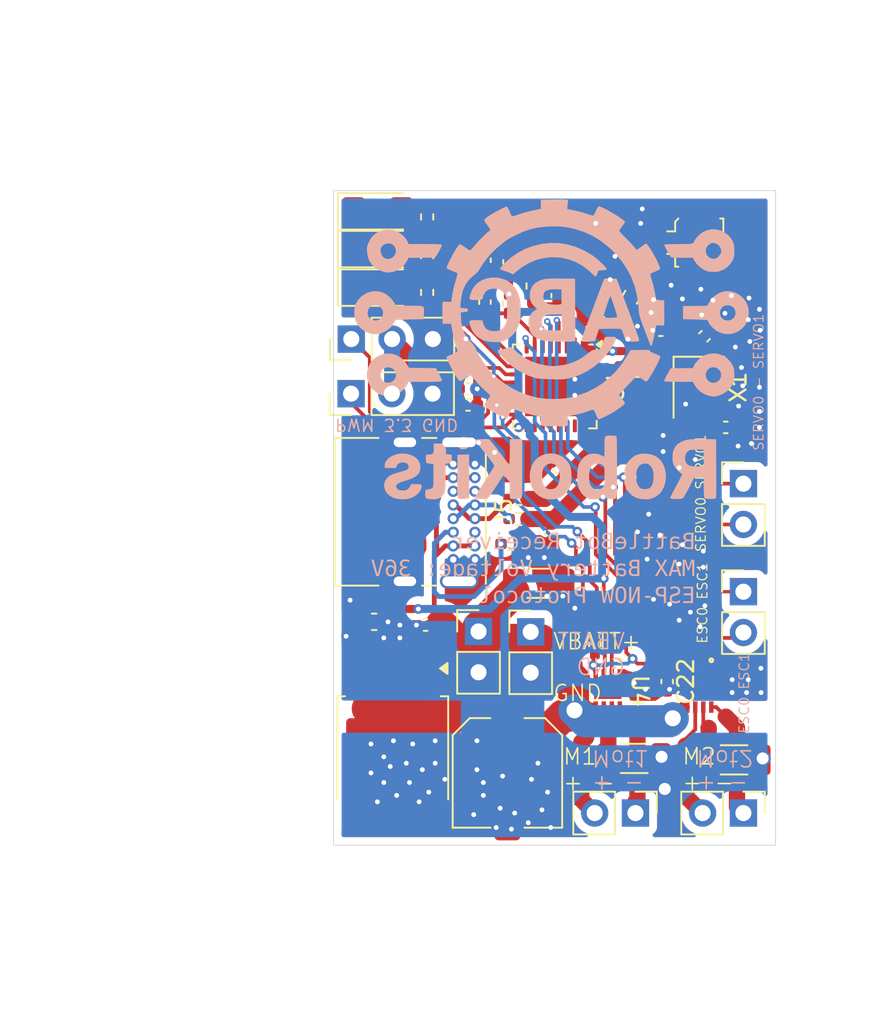
<source format=kicad_pcb>
(kicad_pcb (version 20241229) (generator "pcbnew") (generator_version "9.0")
  (layers (0 "F.Cu" signal) (2 "B.Cu" signal) (13 "F.Paste" user) (15 "B.Paste" user) (5 "F.SilkS" user "F.Silkscreen") (7 "B.SilkS" user "B.Silkscreen") (1 "F.Mask" user) (3 "B.Mask" user) (25 "Edge.Cuts" user))
  (net 0 "")
  (net 1 "GNDREF")
  (net 2 "Net-(D1-A)")
  (net 3 "Net-(D2-A)")
  (net 4 "Net-(D3-A)")
  (net 5 "PWM4")
  (net 6 "PWM3")
  (net 7 "PWM6")
  (net 8 "PWM5")
  (net 9 "PWM2")
  (net 10 "PWM1")
  (net 11 "LED1")
  (net 12 "LED2")
  (net 13 "LED3")
  (net 14 "Net-(J1-Pin_2)")
  (net 15 "Net-(J1-Pin_1)")
  (net 16 "Net-(J2-Pin_2)")
  (net 17 "Net-(J2-Pin_1)")
  (net 18 "Net-(U2-ISEN)")
  (net 19 "Net-(U4-ISEN)")
  (net 20 "MOT2")
  (net 21 "+3.3V")
  (net 22 "MOT1")
  (net 23 "Net-(U1-LNA_IN)")
  (net 24 "Net-(AE1-A)")
  (net 25 "Net-(C6-Pad2)")
  (net 26 "Net-(X1-EN)")
  (net 27 "Net-(U1-XTAL_N)")
  (net 29 "Net-(U1-XTAL_P)")
  (net 30 "MOT4")
  (net 31 "MOT3")
  (net 32 "Net-(U1-CHIP_EN)")
  (net 33 "ESP_DP")
  (net 34 "ESP_DM")
  (net 35 "Net-(J5-CC1)")
  (net 36 "VUSB")
  (net 38 "Net-(J5-D--PadA7)")
  (net 40 "Net-(J5-CC2)")
  (net 41 "Net-(J5-D+-PadA6)")
  (footprint "Connector_PinHeader_2.54mm:PinHeader_1x02_P2.54mm_Vertical" (layer "F.Cu") (at 163.75 105.225)
    (property "Reference" "J7" (hide yes))
    (property "Value" "Conn_01x02")
  )
  (footprint "Resistor_SMD:R_0402_1005Metric_Pad0.72x0.64mm_HandSolder" (layer "F.Cu") (at 157.3 79.4 90)
    (property "Reference" "R1" (hide yes))
    (property "Value" "1k")
  )
  (footprint "Resistor_SMD:R_0402_1005Metric_Pad0.72x0.64mm_HandSolder" (layer "F.Cu") (at 162.4 84.8 90)
    (property "Reference" "R11" (hide yes))
    (property "Value" "10k")
  )
  (footprint "LED_SMD:LED_1206_3216Metric_Pad1.42x1.75mm_HandSolder" (layer "F.Cu") (at 154.2 79.05)
    (property "Reference" "D1" (hide yes))
    (property "Value" "RED")
  )
  (footprint "Capacitor_SMD:C_0402_1005Metric_Pad0.74x0.62mm_HandSolder" (layer "F.Cu") (at 167.75 106 90)
    (property "Reference" "C21" (hide yes))
    (property "Value" ".1uF")
  )
  (footprint "Inductor_SMD:L_0603_1608Metric_Pad1.05x0.95mm_HandSolder" (layer "F.Cu") (at 170.35 88.85 180)
    (property "Reference" "L2" (hide yes))
    (property "Value" "24nH")
  )
  (footprint "Capacitor_SMD:C_0402_1005Metric_Pad0.74x0.62mm_HandSolder" (layer "F.Cu") (at 159.85 91.1 180)
    (property "Reference" "C14" (hide yes))
    (property "Value" ".1uF")
  )
  (footprint "Capacitor_SMD:C_0402_1005Metric_Pad0.74x0.62mm_HandSolder" (layer "F.Cu") (at 160.9 82.1 90)
    (property "Reference" "C8" (hide yes))
    (property "Value" "10uF")
  )
  (footprint "Connector_PinHeader_2.54mm:PinHeader_1x03_P2.54mm_Vertical" (layer "F.Cu") (at 152.56 90.4 90)
    (property "Reference" "J8" (hide yes))
    (property "Value" "Conn_01x03")
  )
  (footprint "Inductor_SMD:L_1206_3216Metric_Pad1.22x1.90mm_HandSolder" (layer "F.Cu") (at 176.4175 113.19)
    (property "Reference" "R4" (hide yes))
    (property "Value" ".5R")
  )
  (footprint "Capacitor_SMD:C_Elec_6.3x5.8" (layer "F.Cu") (at 162.3 114 -90)
    (property "Reference" "REF**" (hide yes))
    (property "Value" "C_Elec_6.3x5.8")
  )
  (footprint "Capacitor_SMD:C_0402_1005Metric_Pad0.74x0.62mm_HandSolder" (layer "F.Cu") (at 174.575 86.825 45)
    (property "Reference" "C9" (hide yes))
    (property "Value" "12pF")
  )
  (footprint "Capacitor_SMD:C_0402_1005Metric_Pad0.74x0.62mm_HandSolder" (layer "F.Cu") (at 168.05 85.9 -30)
    (property "Reference" "C4" (hide yes))
    (property "Value" "1.2pF")
  )
  (footprint "Capacitor_SMD:C_1206_3216Metric_Pad1.33x1.80mm_HandSolder" (layer "F.Cu") (at 164.25 102.2)
    (property "Reference" "REF**" (hide yes))
    (property "Value" "C_1206_3216Metric_Pad1.33x1.80mm_HandSolder")
  )
  (footprint "Resistor_SMD:R_0402_1005Metric_Pad0.72x0.64mm_HandSolder" (layer "F.Cu") (at 162.5 99.75)
    (property "Reference" "R15" (hide yes))
    (property "Value" "5.1k")
  )
  (footprint "Capacitor_SMD:C_0402_1005Metric_Pad0.74x0.62mm_HandSolder" (layer "F.Cu") (at 172.25 108.3175 -90)
    (property "Reference" "C22")
    (property "Value" ".1uF")
  )
  (footprint "Capacitor_SMD:C_0402_1005Metric_Pad0.74x0.62mm_HandSolder" (layer "F.Cu") (at 157.2 104.8 180)
    (property "Reference" "C2" (hide yes))
    (property "Value" "1 uF")
  )
  (footprint "Capacitor_SMD:C_0402_1005Metric_Pad0.74x0.62mm_HandSolder" (layer "F.Cu") (at 175.9 92.5 180)
    (property "Reference" "C12" (hide yes))
    (property "Value" "12pF")
  )
  (footprint "Resistor_SMD:R_0402_1005Metric_Pad0.72x0.64mm_HandSolder" (layer "F.Cu") (at 162.9025 95.6)
    (property "Reference" "R14" (hide yes))
    (property "Value" "5.1k")
  )
  (footprint "Oscillator:Oscillator_SMD_Abracon_ASE-4Pin_3.2x2.5mm" (layer "F.Cu") (at 174.225 90 -90)
    (property "Reference" "X1")
    (property "Value" "ASV-40MHz")
  )
  (footprint "Capacitor_SMD:C_0402_1005Metric_Pad0.74x0.62mm_HandSolder" (layer "F.Cu") (at 165 99.0675 -90)
    (property "Reference" "C19" (hide yes))
    (property "Value" "DNP")
  )
  (footprint "Resistor_SMD:R_0402_1005Metric_Pad0.72x0.64mm_HandSolder" (layer "F.Cu") (at 163 96.95)
    (property "Reference" "R12" (hide yes))
    (property "Value" "0")
  )
  (footprint "Capacitor_SMD:C_0402_1005Metric_Pad0.74x0.62mm_HandSolder" (layer "F.Cu") (at 165.4 84.3 -90)
    (property "Reference" "C6" (hide yes))
    (property "Value" "1uF")
  )
  (footprint "Connector_PinHeader_2.54mm:PinHeader_1x02_P2.54mm_Vertical" (layer "F.Cu") (at 160.5 105.2)
    (property "Reference" "J9" (hide yes))
    (property "Value" "Conn_01x02")
  )
  (footprint "Capacitor_SMD:C_0402_1005Metric_Pad0.74x0.62mm_HandSolder" (layer "F.Cu") (at 160.9 84.7 90)
    (property "Reference" "C18" (hide yes))
    (property "Value" "1 uF")
  )
  (footprint "Connector_USB:USB_C_Receptacle_GCT_USB4085" (layer "F.Cu") (at 160.275 94.775 -90)
    (property "Reference" "J5")
    (property "Value" "USB_C_Receptacle_USB2.0_16P")
  )
  (footprint "Inductor_SMD:L_0603_1608Metric_Pad1.05x0.95mm_HandSolder" (layer "F.Cu") (at 164 83.7 -90)
    (property "Reference" "L3" (hide yes))
    (property "Value" "2 nH")
  )
  (footprint "Connector_PinHeader_2.54mm:PinHeader_1x02_P2.54mm_Vertical" (layer "F.Cu") (at 177 116.5 -90)
    (property "Reference" "J1" (hide yes))
    (property "Value" "Conn_01x02")
  )
  (footprint "Connector_PinHeader_2.54mm:PinHeader_1x02_P2.54mm_Vertical" (layer "F.Cu") (at 177 96)
    (property "Reference" "J6" (hide yes))
    (property "Value" "Conn_01x02")
  )
  (footprint "Resistor_SMD:R_0402_1005Metric_Pad0.72x0.64mm_HandSolder" (layer "F.Cu") (at 157.3 81.8 90)
    (property "Reference" "R2" (hide yes))
    (property "Value" "1k")
  )
  (footprint "Capacitor_SMD:C_0402_1005Metric_Pad0.74x0.62mm_HandSolder" (layer "F.Cu") (at 171.85 85.45 180)
    (property "Reference" "C11" (hide yes))
    (property "Value" "1uF")
  )
  (footprint "Resistor_SMD:R_0402_1005Metric_Pad0.72x0.64mm_HandSolder" (layer "F.Cu") (at 157.3 84.1 90)
    (property "Reference" "R3" (hide yes))
    (property "Value" "1k")
  )
  (footprint "Inductor_SMD:L_0603_1608Metric_Pad1.05x0.95mm_HandSolder" (layer "F.Cu") (at 170 84.4 60)
    (property "Reference" "L1" (hide yes))
    (property "Value" "2n2")
  )
  (footprint "Capacitor_SMD:C_0402_1005Metric_Pad0.74x0.62mm_HandSolder" (layer "F.Cu") (at 159.85 90.1 180)
    (property "Reference" "C17" (hide yes))
    (property "Value" ".1uF")
  )
  (footprint "Connector_PinHeader_2.54mm:PinHeader_1x03_P2.54mm_Vertical" (layer "F.Cu") (at 152.575 87 90)
    (property "Reference" "J10" (hide yes))
    (property "Value" "Conn_01x03")
  )
  (footprint "Capacitor_SMD:C_0402_1005Metric_Pad0.74x0.62mm_HandSolder" (layer "F.Cu") (at 170.55 81.95 -30)
    (property "Reference" "C5" (hide yes))
    (property "Value" "1.6pF")
  )
  (footprint "Capacitor_SMD:C_0402_1005Metric_Pad0.74x0.62mm_HandSolder" (layer "F.Cu") (at 162.4 82.2 90)
    (property "Reference" "C7" (hide yes))
    (property "Value" ".1uF")
  )
  (footprint "_Ti_Motor_Drivers:WSON8_DRV8231_TEX" (layer "F.Cu") (at 174.250189 108.9033 -90)
    (property "Reference" "U2" (hide yes))
    (property "Value" "DRV8231DSGR")
  )
  (footprint "LED_SMD:LED_1206_3216Metric_Pad1.42x1.75mm_HandSolder" (layer "F.Cu") (at 154.2 81.4)
    (property "Reference" "D2" (hide yes))
    (property "Value" "GREEN")
  )
  (footprint "Connector_PinHeader_2.54mm:PinHeader_1x02_P2.54mm_Vertical" (layer "F.Cu") (at 177 102.725)
    (property "Reference" "J4" (hide yes))
    (property "Value" "Conn_01x02")
  )
  (footprint "Connector_Coaxial:U.FL_Molex_MCRF_73412-0110_Vertical" (layer "F.Cu") (at 174.25 81 -90)
    (property "Reference" "REF**" (hide yes))
    (property "Value" "U.FL_Molex_MCRF_73412-0110_Vertical")
  )
  (footprint "Inductor_SMD:L_1206_3216Metric_Pad1.22x1.90mm_HandSolder" (layer "F.Cu") (at 170.2 113.1)
    (property "Reference" "R5" (hide yes))
    (property "Value" "DNP")
  )
  (footprint "_Ti_Motor_Drivers:WSON8_DRV8231_TEX" (layer "F.Cu") (at 168.549811 108.9033 -90)
    (property "Reference" "U4")
    (property "Value" "DRV8231DSGR")
  )
  (footprint "Package_TO_SOT_SMD:TO-252-5_TabPin3" (layer "F.Cu") (at 155.16 112.54 -90)
    (property "Reference" "U3" (hide yes))
    (property "Value" "S-1214 3.3V Regulator")
  )
  (footprint "Capacitor_SMD:C_0402_1005Metric_Pad0.74x0.62mm_HandSolder" (layer "F.Cu") (at 165.5 95 135)
    (property "Reference" "C20" (hide yes))
    (property "Value" "DNP")
  )
  (footprint "Connector_PinHeader_2.54mm:PinHeader_1x02_P2.54mm_Vertical" (layer "F.Cu") (at 170.275 116.5 -90)
    (property "Reference" "J2" (hide yes))
    (property "Value" "Conn_01x02")
  )
  (footprint "Capacitor_SMD:C_0402_1005Metric_Pad0.74x0.62mm_HandSolder" (layer "F.Cu") (at 159.85 89.1)
    (property "Reference" "C13" (hide yes))
    (property "Value" "1uF")
  )
  (footprint "LED_SMD:LED_1206_3216Metric_Pad1.42x1.75mm_HandSolder" (layer "F.Cu") (at 154.2 83.8)
    (property "Reference" "D3" (hide yes))
    (property "Value" "YELLOW")
  )
  (footprint "Package_DFN_QFN:QFN-32-1EP_5x5mm_P0.5mm_EP3.7x3.7mm" (layer "F.Cu") (at 165.25 89.95 -90)
    (property "Reference" "U1")
    (property "Value" "ESP32-C3")
  )
  (footprint "Capacitor_SMD:C_0603_1608Metric_Pad1.08x0.95mm_HandSolder" (layer "F.Cu") (at 154 104.6)
    (property "Reference" "C3" (hide yes))
    (property "Value" "2.2uF")
  )
  (footprint "Resistor_SMD:R_0402_1005Metric_Pad0.72x0.64mm_HandSolder" (layer "F.Cu") (at 163 98.2 180)
    (property "Reference" "R13" (hide yes))
    (property "Value" "0")
  )
  (footprint "Capacitor_SMD:C_0402_1005Metric_Pad0.74x0.62mm_HandSolder" (layer "F.Cu") (at 171.85 86.45 180)
    (property "Reference" "C10" (hide yes))
    (property "Value" "10nF")
  )
  (footprint "LOGO" (layer "B.Cu") (at 165.250105 88.113732 180)
    (property "Reference" "G***" (hide yes))
    (property "Value" "LOGO" (hide yes))
  )
  (gr_arc (start 169.633515 85.285302) (mid 168.539384 86.345619) (end 167.385 87.34) (stroke (width 1.016)) (layer "F.Cu") (net 23))
  (gr_rect (start 151.47 77.76) (end 179 118.5) (stroke (width 0.05)) (fill no) (layer "Edge.Cuts"))
  (gr_text "VBATT+\n\nGND" (at 165.08 109.62 0) (layer "F.SilkS") (effects (font (size 1 1) (thickness 0.1)) (justify left bottom)))
  (gr_text "M1\n+ -" (at 165.699895 115.180245 0) (layer "F.SilkS") (effects (font (size 1 1) (thickness 0.1)) (justify left bottom)))
  (gr_text "SERVO0 SERVO1" (at 174.7 100.3 90) (layer "F.SilkS") (effects (font (size 0.6 0.6) (thickness 0.075)) (justify left bottom)))
  (gr_text "ESC0 ESC1" (at 174.8 106 90) (layer "F.SilkS") (effects (font (size 0.6 0.6) (thickness 0.075)) (justify left bottom)))
  (gr_text "M2\n+ -" (at 173.13 115.17 0) (layer "F.SilkS") (effects (font (size 1 1) (thickness 0.1)) (justify left bottom)))
  (gr_text "+ -\nMot2" (at 174 112.5 180) (layer "B.SilkS") (effects (font (size 1 1) (thickness 0.1)) (justify left bottom mirror)))
  (gr_text "PWM 3.3 GND\n" (at 151.5 91.9 180) (layer "B.SilkS") (effects (font (size 0.75 0.75) (thickness 0.09375)) (justify left bottom mirror)))
  (gr_text "SERVO0 - SERVO1" (at 178.3 94 90) (layer "B.SilkS") (effects (font (size 0.6 0.6) (thickness 0.075)) (justify left bottom)))
  (gr_text "+ -\nMot1" (at 167.5 112.5 180) (layer "B.SilkS") (effects (font (size 1 1) (thickness 0.1)) (justify left bottom mirror)))
  (gr_text "ESC0 ESC1" (at 177.4 111.6 90) (layer "B.SilkS") (effects (font (size 0.6 0.6) (thickness 0.075)) (justify left bottom)))
  (gr_text "VBATT\nGND" (at 169.7 108 0) (layer "B.SilkS") (effects (font (size 1 1) (thickness 0.1)) (justify left bottom mirror)))
  (gr_text "BattleBot Receiver\nMAX Battery Voltage: 36V\nESP-NOW Protocol" (at 174 103.6 0) (layer "B.SilkS") (effects (font (size 1 1) (thickness 0.1)) (justify left bottom mirror)))
  (segment (start 157.275 112.125) (end 158.5 110.9) (width 2) (layer "F.Cu") (net 1))
  (segment (start 175.000378 107.9) (end 175.45 107.9) (width 0.23) (layer "F.Cu") (net 1))
  (segment (start 158.5 110.9) (end 157.6 110) (width 2) (layer "F.Cu") (net 1))
  (segment (start 157.6 110) (end 153.6 110) (width 2) (layer "F.Cu") (net 1))
  (segment (start 169.3 107.9) (end 169.525 107.9) (width 0.2) (layer "F.Cu") (net 1))
  (segment (start 156.925 112.125) (end 157.275 112.125) (width 2) (layer "F.Cu") (net 1))
  (segment (start 158.5 110.9) (end 161.1 108.3) (width 2) (layer "F.Cu") (net 1))
  (segment (start 161.1 108.3) (end 161.2 108.3) (width 2) (layer "F.Cu") (net 1))
  (via (at 160.4 112) (size 0.6) (drill 0.3) (layers "F.Cu" "B.Cu") (net 1))
  (via (at 174 94.5) (size 0.6) (drill 0.3) (layers "F.Cu" "B.Cu") (net 1))
  (via (at 160.2 116.6) (size 0.6) (drill 0.3) (layers "F.Cu" "B.Cu") (net 1))
  (via (at 154.6 113) (size 0.6) (drill 0.3) (layers "F.Cu" "B.Cu") (net 1))
  (via (at 169 81.85) (size 0.6) (drill 0.3) (layers "F.Cu" "B.Cu") (net 1))
  (via (at 171.1 97.9) (size 0.6) (drill 0.3) (layers "F.Cu" "B.Cu") (net 1))
  (via (at 174.6 103.6) (size 0.6) (drill 0.3) (layers "F.Cu" "B.Cu") (net 1))
  (via (at 172.1 115) (size 1) (drill 0.75) (layers "F.Cu" "B.Cu") (net 1))
  (via (at 172 94) (size 0.6) (drill 0.3) (layers "F.Cu" "B.Cu") (net 1))
  (via (at 171.35 86.45) (size 0.6) (drill 0.3) (layers "F.Cu" "B.Cu") (net 1))
  (via (at 162 114.2) (size 0.6) (drill 0.3) (layers "F.Cu" "B.Cu") (net 1))
  (via (at 166.5 103.75) (size 0.6) (drill 0.3) (layers "F.Cu" "B.Cu") (net 1))
  (via (at 176.88 88.77) (size 0.6) (drill 0.3) (layers "F.Cu" "B.Cu") (net 1))
  (via (at 177.3 108.2) (size 0.6) (drill 0.3) (layers "F.Cu" "B.Cu") (net 1))
  (via (at 160.8 114.6) (size 0.6) (drill 0.3) (layers "F.Cu" "B.Cu") (net 1))
  (via (at 171.25 85.35) (size 0.6) (drill 0.3) (layers "F.Cu" "B.Cu") (net 1))
  (via (at 160.4 113.8) (size 0.6) (drill 0.3) (layers "F.Cu" "B.Cu") (net 1))
  (via (at 155.4 115.4) (size 0.6) (drill 0.3) (layers "F.Cu" "B.Cu") (net 1))
  (via (at 175.100145 84.579897) (size 0.6) (drill 0.3) (layers "F.Cu" "B.Cu") (net 1))
  (via (at 152.25 105.5) (size 0.6) (drill 0.3) (layers "F.Cu" "B.Cu") (net 1))
  (via (at 153.8 112.2) (size 0.6) (drill 0.3) (layers "F.Cu" "B.Cu") (net 1))
  (via (at 178 85.15) (size 0.6) (drill 0.3) (layers "F.Cu" "B.Cu") (net 1))
  (via (at 177.35 84.45) (size 0.6) (drill 0.3) (layers "F.Cu" "B.Cu") (net 1))
  (via (at 173.4 91.05) (size 0.6) (drill 0.3) (layers "F.Cu" "B.Cu") (net 1))
  (via (at 160.5 93.45) (size 0.6) (drill 0.3) (layers "F.Cu" "B.Cu") (net 1))
  (via (at 163.6 100.6) (size 0.6) (drill 0.3) (layers "F.Cu" "B.Cu") (net 1))
  (via (at 177.5 93.5) (size 0.6) (drill 0.3) (layers "F.Cu" "B.Cu") (net 1))
  (via (at 153.8 114) (size 0.6) (drill 0.3) (layers "F.Cu" "B.Cu") (net 1))
  (via (at 166.5 89.5) (size 0.6) (drill 0.3) (layers "F.Cu" "B.Cu") (net 1))
  (via (at 155.2 112) (size 0.6) (drill 0.3) (layers "F.Cu" "B.Cu") (net 1))
  (via (at 177.305682 85.795193) (size 0.6) (drill 0.3) (layers "F.Cu" "B.Cu") (net 1))
  (via (at 155.6 105.6) (size 0.6) (drill 0.3) (layers "F.Cu" "B.Cu") (net 1))
  (via (at 167.8 79.8) (size 0.6) (drill 0.3) (layers "F.Cu" "B.Cu") (net 1))
  (via (at 165 117.4) (size 0.6) (drill 0.3) (layers "F.Cu" "B.Cu") (net 1))
  (via (at 152.5 103.25) (size 0.6) (drill 0.3) (layers "F.Cu" "B.Cu") (net 1))
  (via (at 163.6 117.1) (size 0.6) (drill 0.3) (layers "F.Cu" "B.Cu") (net 1))
  (via (at 172.4 108.8) (size 0.6) (drill 0.3) (layers "F.Cu" "B.Cu") (net 1))
  (via (at 154.2 115.8) (size 0.6) (drill 0.3) (layers "F.Cu" "B.Cu") (net 1))
  (via (at 177.2 109) (size 0.6) (drill 0.3) (layers "F.Cu" "B.Cu") (net 1))
  (via (at 161.85 116.2) (size 0.6) (drill 0.3) (layers "F.Cu" "B.Cu") (net 1))
  (via (at 157.4 115.2) (size 0.6) (drill 0.3) (layers "F.Cu" "B.Cu") (net 1))
  (via (at 160.8 115.4) (size 0.6) (drill 0.3) (layers "F.Cu" "B.Cu") (net 1))
  (via (at 171.8 99.2) (size 0.6) (drill 0.3) (layers "F.Cu" "B.Cu") (net 1))
  (via (at 162.55 117.5) (size 0.6) (drill 0.3) (layers "F.Cu" "B.Cu") (net 1))
  (via (at 173.2 84.5) (size 0.6) (drill 0.3) (layers "F.Cu" "B.Cu") (net 1))
  (via (at 164.75 103) (size 0.6) (drill 0.3) (layers "F.Cu" "B.Cu") (net 1))
  (via (at 163.8 114.4) (size 0.6) (drill 0.3) (layers "F.Cu" "B.Cu") (net 1))
  (via (at 157 113.8) (size 0.6) (drill 0.3) (layers "F.Cu" "B.Cu") (net 1))
  (via (at 171 100.7) (size 0.6) (drill 0.3) (layers "F.Cu" "B.Cu") (net 1))
  (via (at 174.35 83.9) (size 0.6) (drill 0.3) (layers "F.Cu" "B.Cu") (net 1))
  (via (at 171.4 103.2) (size 0.6) (drill 0.3) (layers "F.Cu" "B.Cu") (net 1))
  (via (at 173 101) (size 0.6) (drill 0.3) (layers "F.Cu" "B.Cu") (net 1))
  (via (at 170.9 108.8) (size 0.6) (drill 0.3) (layers "F.Cu" "B.Cu") (net 1))
  (via (at 176.3 108.2) (size 0.6) (drill 0.3) (layers "F.Cu" "B.Cu") (net 1))
  (via (at 157.8 113.4) (size 0.6) (drill 0.3) (layers "F.Cu" "B.Cu") (net 1))
  (via (at 155 113.6) (size 0.6) (drill 0.3) (layers "F.Cu" "B.Cu") (net 1))
  (via (at 171.9 113) (size 1) (drill 0.75) (layers "F.Cu" "B.Cu") (net 1))
  (via (at 178.2 113.1) (size 1) (drill 0.75) (layers "F.Cu" "B.Cu") (net 1))
  (via (at 170.2 108.4) (size 0.6) (drill 0.3) (layers "F.Cu" "B.Cu") (net 1))
  (via (at 170.7 78.9) (size 0.6) (drill 0.3) (layers "F.Cu" "B.Cu") (net 1))
  (via (at 174.5 100.2) (size 0.6) (drill 0.3) (layers "F.Cu" "B.Cu") (net 1))
  (via (at 156.2 114.6) (size 0.6) (drill 0.3) (layers "F.Cu" "B.Cu") (net 1))
  (via (at 173.2 99.8) (size 0.6) (drill 0.3) (layers "F.Cu" "B.Cu") (net 1))
  (via (at 162.75 116.5) (size 0.6) (drill 0.3) (layers "F.Cu" "B.Cu") (net 1))
  (via (at 176.3 109) (size 0.6) (drill 0.3) (layers "F.Cu" "B.Cu") (net 1))
  (via (at 178.09 107.49) (size 0.6) (drill 0.3) (layers "F.Cu" "B.Cu") (net 1))
  (via (at 176.96 89.91) (size 0.6) (drill 0.3) (layers "F.Cu" "B.Cu") (net 1))
  (via (at 178 92.5) (size 0.6) (drill 0.3) (layers "F.Cu" "B.Cu") (net 1))
  (via (at 155.6 104.8) (size 0.6) (drill 0.3) (layers "F.Cu" "B.Cu") (net 1))
  (via (at 177.4 87.15) (size 0.6) (drill 0.3) (layers "F.Cu" "B.Cu") (net 1))
  (via (at 169.8 87) (size 0.6) (drill 0.3) (layers "F.Cu" "B.Cu") (net 1))
  (via (at 156.6325 104.8) (size 0.6) (drill 0.3) (layers "F.Cu" "B.Cu") (net 1))
  (via (at 164.8 115.2) (size 0.6) (drill 0.3) (layers "F.Cu" "B.Cu") (net 1))
  (via (at 164.45 116.3) (size 0.6) (drill 0.3) (layers "F.Cu" "B.Cu") (net 1))
  (via (at 171.4 84.55) (size 0.6) (drill 0.3) (layers "F.Cu" "B.Cu") (net 1))
  (via (at 178 90) (size 0.6) (drill 0.3) (layers "F.Cu" "B.Cu") (net 1))
  (via (at 164.2 113.4) (size 0.6) (drill 0.3) (layers "F.Cu" "B.Cu") (net 1))
  (via (at 174.5 101.2) (size 0.6) (drill 0.3) (layers "F.Cu" "B.Cu") (net 1))
  (via (at 176.67 93.66) (size 0.6) (drill 0.3) (layers "F.Cu" "B.Cu") (net 1))
  (via (at 166.5 90.5) (size 0.6) (drill 0.3) (layers "F.Cu" "B.Cu") (net 1))
  (via (at 170.6 79.8) (size 0.6) (drill 0.3) (layers "F.Cu" "B.Cu") (net 1))
  (via (at 158.4 114.4) (size 0.6) (drill 0.3) (layers "F.Cu" "B.Cu") (net 1))
  (via (at 165.75 103) (size 0.6) (drill 0.3) (layers "F.Cu" "B.Cu") (net 1))
  (via (at 173 104.5) (size 0.6) (drill 0.3) (layers "F.Cu" "B.Cu") (net 1))
  (via (at 172 93) (size 0.6) (drill 0.3) (layers "F.Cu" "B.Cu") (net 1))
  (via (at 173.7 104) (size 0.6) (drill 0.3) (layers "F.Cu" "B.Cu") (net 1))
  (via (at 154.6 114.6) (size 0.6) (drill 0.3) (layers "F.Cu" "B.Cu") (net 1))
  (via (at 161.5 94.05) (size 0.6) (drill 0.3) (layers "F.Cu" "B.Cu") (net 1))
  (via (at 178.04086 86.455353) (size 0.6) (drill 0.3) (layers "F.Cu" "B.Cu") (net 1))
  (via (at 176.25 84.3) (size 0.6) (drill 0.3) (layers "F.Cu" "B.Cu") (net 1))
  (via (at 168.7 83.3) (size 0.6) (drill 0.3) (layers "F.Cu" "B.Cu") (net 1))
  (via (at 178.1 109) (size 0.6) (drill 0.3) (layers "F.Cu" "B.Cu") (net 1))
  (via (at 173 95) (size 0.6) (drill 0.3) (layers "F.Cu" "B.Cu") (net 1))
  (via (at 176.7 91.17) (size 0.6) (drill 0.3) (layers "F.Cu" "B.Cu") (net 1))
  (via (at 172.4 103.5) (size 0.6) (drill 0.3) (layers "F.Cu" "B.Cu") (net 1))
  (via (at 172.5 83.65) (size 0.6) (drill 0.3) (layers "F.Cu" "B.Cu") (net 1))
  (via (at 170.4 86.2) (size 0.6) (drill 0.3) (layers "F.Cu" "B.Cu") (net 1))
  (via (at 174.4 85.5) (size 0.6) (drill 0.3) (layers "F.Cu" "B.Cu") (net 1))
  (via (at 156.8 115.8) (size 0.6) (drill 0.3) (layers "F.Cu" "B.Cu") (net 1))
  (via (at 174.3 104.9) (size 0.6) (drill 0.3) (layers "F.Cu" "B.Cu") (net 1))
  (via (at 157.8 112) (size 0.6) (drill 0.3) (layers "F.Cu" "B.Cu") (net 1))
  (via (at 156.4 112.2) (size 0.6) (drill 0.3) (layers "F.Cu" "B.Cu") (net 1))
  (via (at 154.6 105.6) (size 0.6) (drill 0.3) (layers "F.Cu" "B.Cu") (net 1))
  (via (at 175.85 85.4) (size 0.6) (drill 0.3) (layers "F.Cu" "B.Cu") (net 1))
  (via (at 170.4 99) (size 0.6) (drill 0.3) (layers "F.Cu" "B.Cu") (net 1))
  (via (at 161.6 117.4) (size 0.6) (drill 0.3) (layers "F.Cu" "B.Cu") (net 1))
  (via (at 178 91.5) (size 0.6) (drill 0.3) (layers "F.Cu" "B.Cu") (net 1))
  (via (at 154.8625 104.6) (size 0.6) (drill 0.3) (layers "F.Cu" "B.Cu") (net 1))
  (via (at 164.6 100.6) (size 0.6) (drill 0.3) (layers "F.Cu" "B.Cu") (net 1))
  (via (at 156 113.4) (size 0.6) (drill 0.3) (layers "F.Cu" "B.Cu") (net 1))
  (via (at 176.5 87.5) (size 0.6) (drill 0.3) (layers "F.Cu" "B.Cu") (net 1))
  (segment (start 162.2 111.8) (end 161.8 112.2) (width 2) (layer "B.Cu") (net 1))
  (segment (start 162.2 108.6) (end 162.2 111.8) (width 2) (layer "B.Cu") (net 1))
  (segment (start 163.6 111.6) (end 163 112.2) (width 2) (layer "B.Cu") (net 1))
  (segment (start 162.2 108.6) (end 163.6 108.6) (width 2) (layer "B.Cu") (net 1))
  (segment (start 160.6 112.2) (end 160.4 112) (width 2) (layer "B.Cu") (net 1))
  (segment (start 163 112.2) (end 160.6 112.2) (width 2) (layer "B.Cu") (net 1))
  (segment (start 160.4 108.6) (end 162.2 108.6) (width 2) (layer "B.Cu") (net 1))
  (segment (start 163.6 108.6) (end 163.6 111.6) (width 2) (layer "B.Cu") (net 1))
  (segment (start 160.4 108.6) (end 160.4 112) (width 2) (layer "B.Cu") (net 1))
  (segment (start 156.9525 79.45) (end 155.6875 79.45) (width 0.2) (layer "F.Cu") (net 2))
  (segment (start 157.3 79.1025) (end 156.9525 79.45) (width 0.2) (layer "F.Cu") (net 2))
  (segment (start 157.3 81.2025) (end 156.9025 81.6) (width 0.2) (layer "F.Cu") (net 3))
  (segment (start 156.9025 81.6) (end 156.0375 81.6) (width 0.2) (layer "F.Cu") (net 3))
  (segment (start 156.0375 81.6) (end 155.6875 81.95) (width 0.2) (layer "F.Cu") (net 3))
  (segment (start 157.3 83.5025) (end 156.035 83.5025) (width 0.3) (layer "F.Cu") (net 4))
  (segment (start 156.035 83.5025) (end 155.7375 83.8) (width 0.3) (layer "F.Cu") (net 4))
  (segment (start 156.085 84.1525) (end 155.7375 84.5) (width 0.2) (layer "F.Cu") (net 4))
  (segment (start 162.8 90.2) (end 161.72832 90.2) (width 0.23) (layer "F.Cu") (net 5))
  (segment (start 153.726 91.526) (end 153.726 88.151) (width 0.23) (layer "F.Cu") (net 5))
  (segment (start 153.726 88.151) (end 152.575 87) (width 0.23) (layer "F.Cu") (net 5))
  (segment (start 161.1 90.82832) (end 161.1 91.6) (width 0.23) (layer "F.Cu") (net 5))
  (segment (start 161.1 91.6) (end 160.65 92.05) (width 0.23) (layer "F.Cu") (net 5))
  (segment (start 154.25 92.05) (end 153.726 91.526) (width 0.23) (layer "F.Cu") (net 5))
  (segment (start 160.65 92.05) (end 154.25 92.05) (width 0.23) (layer "F.Cu") (net 5))
  (segment (start 161.72832 90.2) (end 161.1 90.82832) (width 0.23) (layer "F.Cu") (net 5))
  (segment (start 152.56 90.969526) (end 152.56 90.4) (width 0.23) (layer "F.Cu") (net 6))
  (segment (start 162.8 91.8) (end 162.1 92.5) (width 0.23) (layer "F.Cu") (net 6))
  (segment (start 162.8 91.7) (end 162.8 91.8) (width 0.23) (layer "F.Cu") (net 6))
  (segment (start 154.090474 92.5) (end 152.56 90.969526) (width 0.23) (layer "F.Cu") (net 6))
  (segment (start 162.1 92.5) (end 154.090474 92.5) (width 0.23) (layer "F.Cu") (net 6))
  (segment (start 164.778274 85.90278) (end 164.858424 85.98293) (width 0.23) (layer "F.Cu") (net 7))
  (segment (start 176.665 105.6) (end 177 105.265) (width 0.23) (layer "F.Cu") (net 7))
  (segment (start 164.858424 86.039944) (end 165 86.18152) (width 0.23) (layer "F.Cu") (net 7))
  (segment (start 164.858424 85.98293) (end 164.858424 86.039944) (width 0.23) (layer "F.Cu") (net 7))
  (segment (start 169 96.326991) (end 169 100.383776) (width 0.23) (layer "F.Cu") (net 7))
  (segment (start 168.888009 96.215) (end 169 96.326991) (width 0.23) (layer "F.Cu") (net 7))
  (segment (start 169 100.383776) (end 170.06 101.443776) (width 0.23) (layer "F.Cu") (net 7))
  (segment (start 172.75 105.6) (end 176.665 105.6) (width 0.23) (layer "F.Cu") (net 7))
  (segment (start 170.06 101.443776) (end 170.06 102.91) (width 0.23) (layer "F.Cu") (net 7))
  (segment (start 165 86.18152) (end 165 87.5) (width 0.23) (layer "F.Cu") (net 7))
  (segment (start 170.06 102.91) (end 172.75 105.6) (width 0.23) (layer "F.Cu") (net 7))
  (via (at 168.888009 96.215) (size 0.6) (drill 0.3) (layers "F.Cu" "B.Cu") (net 7))
  (via (at 164.778274 85.90278) (size 0.4) (drill 0.2) (layers "F.Cu" "B.Cu") (net 7))
  (segment (start 164.858424 86.039944) (end 164.858424 85.98293) (width 0.23) (layer "B.Cu") (net 7))
  (segment (start 167.715 96.215) (end 165.63 94.13) (width 0.23) (layer "B.Cu") (net 7))
  (segment (start 164.943424 91.743424) (end 164.943424 86.124944) (width 0.23) (layer "B.Cu") (net 7))
  (segment (start 165.63 92.43) (end 164.943424 91.743424) (width 0.23) (layer "B.Cu") (net 7))
  (segment (start 164.943424 86.124944) (end 164.858424 86.039944) (width 0.23) (layer "B.Cu") (net 7))
  (segment (start 164.858424 85.98293) (end 164.778274 85.90278) (width 0.23) (layer "B.Cu") (net 7))
  (segment (start 165.63 94.13) (end 165.63 92.43) (width 0.23) (layer "B.Cu") (net 7))
  (segment (start 168.888009 96.215) (end 167.715 96.215) (width 0.23) (layer "B.Cu") (net 7))
  (segment (start 165.5 85.9532) (end 165.5 87.5) (width 0.23) (layer "F.Cu") (net 8))
  (segment (start 177 102.725) (end 171.949336 102.725) (width 0.2) (layer "F.Cu") (net 8))
  (segment (start 169.6 95.665) (end 169.535 95.6) (width 0.2) (layer "F.Cu") (net 8))
  (segment (start 169.6 100.375664) (end 169.6 95.665) (width 0.2) (layer "F.Cu") (net 8))
  (segment (start 165.373424 85.826624) (end 165.5 85.9532) (width 0.23) (layer "F.Cu") (net 8))
  (segment (start 171.949336 102.725) (end 169.6 100.375664) (width 0.2) (layer "F.Cu") (net 8))
  (via (at 165.373424 85.826624) (size 0.4) (drill 0.2) (layers "F.Cu" "B.Cu") (net 8))
  (via (at 169.535 95.6) (size 0.6) (drill 0.3) (layers "F.Cu" "B.Cu") (net 8))
  (segment (start 166.06 92.16) (end 165.373424 91.473424) (width 0.23) (layer "B.Cu") (net 8))
  (segment (start 166.06 93.76) (end 166.06 92.16) (width 0.23) (layer "B.Cu") (net 8))
  (segment (start 167.9 95.6) (end 166.06 93.76) (width 0.23) (layer "B.Cu") (net 8))
  (segment (start 165.373424 91.473424) (end 165.373424 85.826624) (width 0.23) (layer "B.Cu") (net 8))
  (segment (start 169.535 95.6) (end 167.9 95.6) (width 0.23) (layer "B.Cu") (net 8))
  (segment (start 170.1 95.1) (end 173.54 98.54) (width 0.23) (layer "F.Cu") (net 9))
  (segment (start 170.1 90.9) (end 170.1 95.1) (width 0.23) (layer "F.Cu") (net 9))
  (segment (start 173.54 98.54) (end 177 98.54) (width 0.23) (layer "F.Cu") (net 9))
  (segment (start 167.7 90.7) (end 169.9 90.7) (width 0.23) (layer "F.Cu") (net 9))
  (segment (start 169.9 90.7) (end 170.1 90.9) (width 0.23) (layer "F.Cu") (net 9))
  (segment (start 170.1 90.9) (end 170.2 91) (width 0.23) (layer "F.Cu") (net 9))
  (segment (start 167.7 90.2) (end 170.15 90.2) (width 0.23) (layer "F.Cu") (net 10))
  (segment (start 170.8 94.3) (end 172.5 96) (width 0.23) (layer "F.Cu") (net 10))
  (segment (start 172.5 96) (end 177 96) (width 0.23) (layer "F.Cu") (net 10))
  (segment (start 170.15 90.2) (end 170.8 90.85) (width 0.23) (layer "F.Cu") (net 10))
  (segment (start 170.8 90.85) (end 170.8 94.3) (width 0.23) (layer "F.Cu") (net 10))
  (segment (start 162.7 88.2) (end 159.25 84.75) (width 0.23) (layer "F.Cu") (net 11))
  (segment (start 158.1 82) (end 158.1 80.7975) (width 0.23) (layer "F.Cu") (net 11))
  (segment (start 159.25 83.15) (end 158.1 82) (width 0.23) (layer "F.Cu") (net 11))
  (segment (start 162.8 88.2) (end 162.7 88.2) (width 0.23) (layer "F.Cu") (net 11))
  (segment (start 159.25 84.75) (end 159.25 83.15) (width 0.23) (layer "F.Cu") (net 11))
  (segment (start 158.1 80.7975) (end 157.3 79.9975) (width 0.23) (layer "F.Cu") (net 11))
  (segment (start 162.3 88.7) (end 158.82 85.22) (width 0.23) (layer "F.Cu") (net 12))
  (segment (start 157.7975 82.3975) (end 157.3 82.3975) (width 0.23) (layer "F.Cu") (net 12))
  (segment (start 158.82 85.22) (end 158.82 83.42) (width 0.23) (layer "F.Cu") (net 12))
  (segment (start 158.82 83.42) (end 157.7975 82.3975) (width 0.23) (layer "F.Cu") (net 12))
  (segment (start 162.8 88.7) (end 162.3 88.7) (width 0.23) (layer "F.Cu") (net 12))
  (segment (start 161.45 89.315) (end 161.615 89.315) (width 0.23) (layer "F.Cu") (net 13))
  (segment (start 159.715129 86.815129) (end 157.5975 84.6975) (width 0.3) (layer "F.Cu") (net 13))
  (segment (start 161.615 89.315) (end 162 89.7) (width 0.23) (layer "F.Cu") (net 13))
  (segment (start 157.5975 84.6975) (end 157.3 84.6975) (width 0.3) (layer "F.Cu") (net 13))
  (segment (start 159.715129 86.984871) (end 159.715129 86.815129) (width 0.3) (layer "F.Cu") (net 13))
  (segment (start 162 89.7) (end 162.8 89.7) (width 0.23) (layer "F.Cu") (net 13))
  (via (at 159.715129 86.984871) (size 0.6) (drill 0.3) (layers "F.Cu" "B.Cu") (net 13))
  (via (at 161.45 89.315) (size 0.4) (drill 0.2) (layers "F.Cu" "B.Cu") (net 13))
  (segment (start 161.45 88.65) (end 159.784871 86.984871) (width 0.23) (layer "B.Cu") (net 13))
  (segment (start 159.784871 86.984871) (end 159.715129 86.984871) (width 0.23) (layer "B.Cu") (net 13))
  (segment (start 161.45 89.315) (end 161.45 88.65) (width 0.23) (layer "B.Cu") (net 13))
  (segment (start 174.46 116.5) (end 173.4 115.44) (width 1.016) (layer "F.Cu") (net 14))
  (segment (start 173.4 115.44) (end 173.4 112.3) (width 1.016) (layer "F.Cu") (net 14))
  (segment (start 174.000126 109.9066) (end 174.000126 111.299874) (width 0.23) (layer "F.Cu") (net 14))
  (segment (start 174.000126 111.299874) (end 173.4 111.9) (width 0.23) (layer "F.Cu") (net 14))
  (segment (start 176.6 111.2) (end 175.9 110.5) (width 1.016) (layer "F.Cu") (net 15))
  (segment (start 176.6 111.5) (end 176.6 111.2) (width 1.016) (layer "F.Cu") (net 15))
  (segment (start 177 116.5) (end 176.6 116.1) (width 1.016) (layer "F.Cu") (net 15))
  (segment (start 175.3066 109.9066) (end 175.9 110.5) (width 0.23) (layer "F.Cu") (net 15))
  (segment (start 176.6 116.1) (end 176.6 111.5) (width 1.016) (layer "F.Cu") (net 15))
  (segment (start 175.000378 109.9066) (end 175.3066 109.9066) (width 0.23) (layer "F.Cu") (net 15))
  (segment (start 166.9 112.1) (end 167.2 111.8) (width 1.016) (layer "F.Cu") (net 16))
  (segment (start 168.299748 110.420354) (end 167.2 111.520102) (width 0.23) (layer "F.Cu") (net 16))
  (segment (start 167.735 116.5) (end 166.9 115.665) (width 1.016) (layer "F.Cu") (net 16))
  (segment (start 167.2 111.520102) (end 167.2 111.8) (width 0.23) (layer "F.Cu") (net 16))
  (segment (start 168.299748 109.9066) (end 168.299748 110.420354) (width 0.23) (layer "F.Cu") (net 16))
  (segment (start 166.9 115.665) (end 166.9 112.1) (width 1.016) (layer "F.Cu") (net 16))
  (segment (start 170.1 111.1) (end 170.4 111.4) (width 1.016) (layer "F.Cu") (net 17))
  (segment (start 170.275 115.80514) (end 170.275 116.5) (width 1.016) (layer "F.Cu") (net 17))
  (segment (start 170.275 116.5) (end 170.01986 116.5) (width 1.016) (layer "F.Cu") (net 17))
  (segment (start 170.4 115.68014) (end 170.275 115.80514) (width 1.016) (layer "F.Cu") (net 17))
  (segment (start 169.3 110.3) (end 170.1 111.1) (width 0.23) (layer "F.Cu") (net 17))
  (segment (start 170.4 111.4) (end 170.4 115.68014) (width 1.016) (layer "F.Cu") (net 17))
  (segment (start 169.3 109.9066) (end 169.3 110.3) (width 0.23) (layer "F.Cu") (net 17))
  (segment (start 174.8375 113.2) (end 174.8375 111.214374) (width 1.016) (layer "F.Cu") (net 18))
  (segment (start 174.500252 110.877126) (end 174.823126 111.2) (width 0.23) (layer "F.Cu") (net 18))
  (segment (start 174.8375 111.214374) (end 174.823126 111.2) (width 1.016) (layer "F.Cu") (net 18))
  (segment (start 174.500252 109.9066) (end 174.500252 110.877126) (width 0.23) (layer "F.Cu") (net 18))
  (segment (start 168.799874 111.084126) (end 168.584 111.3) (width 0.23) (layer "F.Cu") (net 19))
  (segment (start 168.799874 109.9066) (end 168.799874 111.084126) (width 0.23) (layer "F.Cu") (net 19))
  (segment (start 168.584 112.6535) (end 168.584 111.3) (width 1.016) (layer "F.Cu") (net 19))
  (segment (start 163.432396 86.952604) (end 163.5 87.020208) (width 0.23) (layer "F.Cu") (net 20))
  (segment (start 167.8 100.4) (end 169.2 101.8) (width 0.23) (layer "F.Cu") (net 20))
  (segment (start 167.8 97.494862) (end 167.8 100.4) (width 0.23) (layer "F.Cu") (net 20))
  (segment (start 172 106.5) (end 173.2253 106.5) (width 0.23) (layer "F.Cu") (net 20))
  (segment (start 174.000126 107.274826) (end 174.000126 107.9) (width 0.23) (layer "F.Cu") (net 20))
  (segment (start 169.2 103.7) (end 172 106.5) (width 0.23) (layer "F.Cu") (net 20))
  (segment (start 173.2253 106.5) (end 174.000126 107.274826) (width 0.23) (layer "F.Cu") (net 20))
  (segment (start 169.2 101.8) (end 169.2 103.7) (width 0.23) (layer "F.Cu") (net 20))
  (segment (start 167.758459 97.453321) (end 167.8 97.494862) (width 0.23) (layer "F.Cu") (net 20))
  (segment (start 163.5 87.020208) (end 163.5 87.5) (width 0.23) (layer "F.Cu") (net 20))
  (via (at 167.758459 97.453321) (size 0.6) (drill 0.3) (layers "F.Cu" "B.Cu") (net 20))
  (via (at 163.432396 86.952604) (size 0.4) (drill 0.2) (layers "F.Cu" "B.Cu") (net 20))
  (segment (start 167.053321 97.453321) (end 167.758459 97.453321) (width 0.23) (layer "B.Cu") (net 20))
  (segment (start 164.673194 92.865082) (end 164.673194 95.073194) (width 0.23) (layer "B.Cu") (net 20))
  (segment (start 164 92.191888) (end 164.673194 92.865082) (width 0.23) (layer "B.Cu") (net 20))
  (segment (start 163.432396 87.232396) (end 164 87.8) (width 0.23) (layer "B.Cu") (net 20))
  (segment (start 164 87.8) (end 164 92.191888) (width 0.23) (layer "B.Cu") (net 20))
  (segment (start 164.673194 95.073194) (end 167.053321 97.453321) (width 0.23) (layer "B.Cu") (net 20))
  (segment (start 163.432396 86.952604) (end 163.432396 87.232396) (width 0.23) (layer "B.Cu") (net 20))
  (segment (start 167.65 107.3) (end 167.65 106.7175) (width 0.23) (layer "F.Cu") (net 21))
  (segment (start 172.569742 107.8) (end 173.45 107.8) (width 0.23) (layer "F.Cu") (net 21))
  (segment (start 161.0575 82.825) (end 160.9 82.6675) (width 0.3) (layer "F.Cu") (net 21))
  (segment (start 160.4175 89.1) (end 160.4175 89.006192) (width 0.5) (layer "F.Cu") (net 21))
  (segment (start 171.3175 87.55) (end 170.119742 87.55) (width 0.5) (layer "F.Cu") (net 21))
  (segment (start 157.599 88.301) (end 157.2 88.7) (width 0.5) (layer "F.Cu") (net 21))
  (segment (start 167.799622 107.224622) (end 167.65 107.3) (width 0.23) (layer "F.Cu") (net 21))
  (segment (start 169.7 104.9) (end 168.3 103.5) (width 0.23) (layer "F.Cu") (net 21))
  (segment (start 167.7 88.7) (end 167.7 88.2) (width 0.23) (layer "F.Cu") (net 21))
  (segment (start 160.4175 89.3) (end 160.9175 88.8) (width 0.23) (layer "F.Cu") (net 21))
  (segment (start 154.2325 103.8) (end 153.4325 104.6) (width 0.5) (layer "F.Cu") (net 21))
  (segment (start 155.115 87) (end 156.815 88.7) (width 1) (layer "F.Cu") (net 21))
  (segment (start 172.4175 86.45) (end 171.3175 87.55) (width 0.5) (layer "F.Cu") (net 21))
  (segment (start 159.611308 88.2) (end 158.294892 88.2) (width 0.5) (layer "F.Cu") (net 21))
  (segment (start 169.919742 87.75) (end 168.191001 87.75) (width 0.5) (layer "F.Cu") (net 21))
  (segment (start 164 82.825) (end 161.0575 82.825) (width 0.3) (layer "F.Cu") (net 21))
  (segment (start 156.75 103.8) (end 154.2325 103.8) (width 0.5) (layer "F.Cu") (net 21))
  (segment (start 162.190474 89.2) (end 162.8 89.2) (width 0.23) (layer "F.Cu") (net 21))
  (segment (start 167.775 107.2) (end 167.799622 107.224622) (width 0.23) (layer "F.Cu") (net 21))
  (segment (start 158.193892 88.301) (end 157.599 88.301) (width 0.5) (layer "F.Cu") (net 21))
  (segment (start 153.4325 104.6) (end 153.12 104.9125) (width 0.5) (layer "F.Cu") (net 21))
  (segment (start 162.4 84.2) (end 162.4 82.7675) (width 0.5) (layer "F.Cu") (net 21))
  (segment (start 160.4175 89.006192) (end 159.611308 88.2) (width 0.5) (layer "F.Cu") (net 21))
  (segment (start 153.12 104.9125) (end 153.12 107.5) (width 0.5) (layer "F.Cu") (net 21))
  (segment (start 172.35 86.418976) (end 172.35 86.45) (width 0.23) (layer "F.Cu") (net 21))
  (segment (start 153.4325 107.1875) (end 153.12 107.5) (width 0.3) (layer "F.Cu") (net 21))
  (segment (start 160.4175 89.1) (end 160.4175 91.1) (width 0.5) (layer "F.Cu") (net 21))
  (segment (start 171.969742 107.2) (end 172.569742 107.8) (width 0.23) (layer "F.Cu") (net 21))
  (segment (start 168.3 103.5) (end 168.3 101.9) (width 0.23) (layer "F.Cu") (net 21))
  (segment (start 163 92.5) (end 162.9 92.4) (width 0.23) (layer "F.Cu") (net 21))
  (segment (start 169.7 106.5) (end 169.7 104.9) (width 0.23) (layer "F.Cu") (net 21))
  (segment (start 172.4175 86.351476) (end 172.35 86.418976) (width 0.23) (layer "F.Cu") (net 21))
  (segment (start 170.1 106.9) (end 169.7 106.5) (width 0.23) (layer "F.Cu") (net 21))
  (segment (start 170.1 106.9) (end 170.4 107.2) (width 0.23) (layer "F.Cu") (net 21))
  (segment (start 167.65 107.3) (end 167.799622 107.9) (width 0.23) (layer "F.Cu") (net 21))
  (segment (start 156.815 88.7) (end 157.2 88.7) (width 1) (layer "F.Cu") (net 21))
  (segment (start 172.35 86.45) (end 172.318976 86.45) (width 0.23) (layer "F.Cu") (net 21))
  (segment (start 170.4 107.2) (end 171.969742 107.2) (width 0.23) (layer "F.Cu") (net 21))
  (segment (start 172.4175 85.45) (end 172.4175 86.351476) (width 0.5) (layer "F.Cu") (net 21))
  (segment (start 168.191001 87.75) (end 167.963868 87.936132) (width 0.23) (layer "F.Cu") (net 21))
  (segment (start 161.790474 88.8) (end 162.190474 89.2) (width 0.23) (layer "F.Cu") (net 21))
  (segment (start 158.294892 88.2) (end 158.193892 88.301) (width 0.5) (layer "F.Cu") (net 21))
  (segment (start 163.5 92.4) (end 163.1 92.4) (width 0.23) (layer "F.Cu") (net 21))
  (segment (start 160.9175 88.8) (end 161.790474 88.8) (width 0.23) (layer "F.Cu") (net 21))
  (segment (start 170.119742 87.55) (end 169.919742 87.75) (width 0.5) (layer "F.Cu") (net 21))
  (segment (start 167.963868 87.936132) (end 167.7 88.2) (width 0.23) (layer "F.Cu") (net 21))
  (segment (start 163.1 92.4) (end 163 92.5) (width 0.23) (layer "F.Cu") (net 21))
  (via (at 167.65 107.3) (size 0.6) (drill 0.3) (layers "F.Cu" "B.Cu") (net 21))
  (via (at 168.85 87.75) (size 0.6) (drill 0.3) (layers "F.Cu" "B.Cu") (net 21))
  (via (at 156.75 103.8) (size 0.6) (drill 0.3) (layers "F.Cu" "B.Cu") (net 21))
  (via (at 170.1 106.9) (size 0.6) (drill 0.3) (layers "F.Cu" "B.Cu") (net 21))
  (via (at 162.4 84.2) (size 0.6) (drill 0.3) (layers "F.Cu" "B.Cu") (net 21))
  (via (at 160.4175 90.1) (size 0.6) (drill 0.3) (layers "F.Cu" "B.Cu") (net 21))
  (via (at 163 92.5) (size 0.6) (drill 0.3) (layers "F.Cu" "B.Cu") (net 21))
  (via (at 168.3 101.9) (size 0.6) (drill 0.3) (layers "F.Cu" "B.Cu") (net 21))
  (segment (start 162.6 85.2525) (end 162.6 84.4) (width 0.5) (layer "B.Cu") (net 21))
  (segment (start 162.6 87.63) (end 162.985 88.015) (width 0.5) (layer "B.Cu") (net 21))
  (segment (start 163 92.5) (end 163.7 92.5) (width 0.23) (layer "B.Cu") (net 21))
  (segment (start 168.6 107.2) (end 168.5 107.3) (width 0.23) (layer "B.Cu") (net 21))
  (segment (start 166.169321 98.069321) (end 164 95.9) (width 0.5) (layer "B.Cu") (net 21))
  (segment (start 162.6 85.2525) (end 162.6 87.63) (width 0.5) (layer "B.Cu") (net 21))
  (segment (start 168.5 107.3) (end 167.65 107.3) (width 0.23) (layer "B.Cu") (net 21))
  (segment (start 169.8 107.2) (end 168.6 107.2) (width 0.23) (layer "B.Cu") (net 21))
  (segment (start 160.965 90.265) (end 160.8 90.1) (width 0.9) (layer "B.Cu") (net 21))
  (segment (start 162.985 88.015) (end 162.985 90) (width 0.5) (layer "B.Cu") (net 21))
  (segment (start 160.8 90.1) (end 160.4175 90.1) (width 0.9) (layer "B.Cu") (net 21))
  (segment (start 164 93.3) (end 163.7 93) (width 0.5) (layer "B.Cu") (net 21))
  (segment (start 162.6 84.4) (end 162.4 84.2) (width 0.5) (layer "B.Cu") (net 21))
  (segment (start 168.3 87.75) (end 165.861624 85.311624) (width 0.5) (layer "B.Cu") (net 21))
  (segment (start 160.965 90.265) (end 162.72 90.265) (width 0.9) (layer "B.Cu") (net 21))
  (segment (start 155.115 87) (end 155.115 90.385) (width 1) (layer "B.Cu") (net 21))
  (segment (start 168.85 87.75) (end 168.3 87.75) (width 0.23) (layer "B.Cu") (net 21))
  (segment (start 168.2 101.8) (end 168.2 98.669321) (width 0.5) (layer "B.Cu") (net 21))
  (segment (start 155.115 90.385) (end 155.1 90.4) (width 1) (layer "B.Cu") (net 21))
  (segment (start 170.1 106.9) (end 169.8 107.2) (width 0.23) (layer "B.Cu") (net 21))
  (segment (start 163.7 93) (end 163.7 92.5) (width 0.5) (layer "B.Cu") (net 21))
  (segment (start 163.1 101.9) (end 168.3 101.9) (width 0.5) (layer "B.Cu") (net 21))
  (segment (start 163.188376 85.311624) (end 162.6 85.9) (width 0.5) (layer "B.Cu") (net 21))
  (segment (start 162.985 91.785) (end 163.7 92.5) (width 0.5) (layer "B.Cu") (net 21))
  (segment (start 167.6 98.069321) (end 166.169321 98.069321) (width 0.5) (layer "B.Cu") (net 21))
  (segment (start 168.2 98.669321) (end 167.6 98.069321) (width 0.5) (layer "B.Cu") (net 21))
  (segment (start 168.3 101.9) (end 168.2 101.8) (width 0.23) (layer "B.Cu") (net 21))
  (segment (start 156.75 103.8) (end 161.2 103.8) (width 0.5) (layer "B.Cu") (net 21))
  (segment (start 162.72 90.265) (end 162.985 90) (width 0.5) (layer "B.Cu") (net 21))
  (segment (start 162.985 90) (end 162.985 91.785) (width 0.5) (layer "B.Cu") (net 21))
  (segment (start 161.2 103.8) (end 163.1 101.9) (width 0.5) (layer "B.Cu") (net 21))
  (segment (start 164 95.9) (end 164 93.3) (width 0.5) (layer "B.Cu") (net 21))
  (segment (start 165.861624 85.311624) (end 163.188376 85.311624) (width 0.5) (layer "B.Cu") (net 21))
  (segment (start 164.5 86.469232) (end 164.5 87.5) (width 0.23) (layer "F.Cu") (net 22))
  (segment (start 168.259932 96.83) (end 168.4 96.970068) (width 0.23) (layer "F.Cu") (net 22))
  (segment (start 164.396049 86.365281) (end 164.5 86.469232) (width 0.23) (layer "F.Cu") (net 22))
  (segment (start 174.500252 107.16684) (end 174.500252 107.9) (width 0.23) (layer "F.Cu") (net 22))
  (segment (start 173.403412 106.07) (end 174.500252 107.16684) (width 0.23) (layer "F.Cu") (net 22))
  (segment (start 169.63 103.33) (end 172.37 106.07) (width 0.23) (layer "F.Cu") (net 22))
  (segment (start 169.63 101.621888) (end 169.63 103.33) (width 0.23) (layer "F.Cu") (net 22))
  (segment (start 168.4 96.970068) (end 168.4 100.391888) (width 0.23) (layer "F.Cu") (net 22))
  (segment (start 168.4 100.391888) (end 169.63 101.621888) (width 0.23) (layer "F.Cu") (net 22))
  (segment (start 172.37 106.07) (end 173.403412 106.07) (width 0.23) (layer "F.Cu") (net 22))
  (via (at 168.259932 96.83) (size 0.6) (drill 0.3) (layers "F.Cu" "B.Cu") (net 22))
  (via (at 164.396049 86.365281) (size 0.4) (drill 0.2) (layers "F.Cu" "B.Cu") (net 22))
  (segment (start 167.43 96.83) (end 165.2 94.6) (width 0.23) (layer "B.Cu") (net 22))
  (segment (start 164.45 86.419232) (end 164.396049 86.365281) (width 0.23) (layer "B.Cu") (net 22))
  (segment (start 165.2 94.6) (end 165.2 92.783776) (width 0.23) (layer "B.Cu") (net 22))
  (segment (start 165.2 92.783776) (end 164.45 92.033776) (width 0.23) (layer "B.Cu") (net 22))
  (segment (start 164.45 92.033776) (end 164.45 86.419232) (width 0.23) (layer "B.Cu") (net 22))
  (segment (start 168.259932 96.83) (end 167.43 96.83) (width 0.23) (layer "B.Cu") (net 22))
  (segment (start 169.5625 85.157772) (end 169.3 85.420272) (width 1.016) (layer "F.Cu") (net 23))
  (segment (start 171.041469 82.208531) (end 171.041469 82.233749) (width 1.016) (layer "F.Cu") (net 24))
  (segment (start 170.4375 83.2625) (end 170.4375 83.642228) (width 1.016) (layer "F.Cu") (net 24))
  (segment (start 171.041469 82.658531) (end 170.4375 83.2625) (width 1.016) (layer "F.Cu") (net 24))
  (segment (start 171.041469 82.233749) (end 171.041469 82.658531) (width 1.016) (layer "F.Cu") (net 24))
  (segment (start 172.25 81) (end 171.041469 82.208531) (width 1.016) (layer "F.Cu") (net 24))
  (segment (start 172.75 81) (end 172.25 81) (width 1.016) (layer "F.Cu") (net 24))
  (segment (start 166 86.5) (end 166 87.5) (width 0.23) (layer "F.Cu") (net 25))
  (segment (start 166 86.5) (end 166 85.5) (width 0.23) (layer "F.Cu") (net 25))
  (segment (start 166 85.5) (end 165.5675 85.0675) (width 0.23) (layer "F.Cu") (net 25))
  (segment (start 164.2925 84.8675) (end 164 84.575) (width 0.3) (layer "F.Cu") (net 25))
  (segment (start 165.4 84.8675) (end 164.2925 84.8675) (width 0.3) (layer "F.Cu") (net 25))
  (segment (start 166.5 87.5) (end 166.5 87) (width 0.23) (layer "F.Cu") (net 25))
  (segment (start 166.5 87) (end 166 86.5) (width 0.23) (layer "F.Cu") (net 25))
  (segment (start 172.9875 88.4125) (end 172.9875 89.2) (width 0.23) (layer "F.Cu") (net 26))
  (segment (start 172.6875 88.9) (end 171.15446 88.9) (width 0.23) (layer "F.Cu") (net 26))
  (segment (start 174.173717 87.226283) (end 172.9875 88.4125) (width 0.23) (layer "F.Cu") (net 26))
  (segment (start 172.9875 89.2) (end 172.6875 88.9) (width 0.23) (layer "F.Cu") (net 26))
  (segment (start 171.9 91.9) (end 172.5 92.5) (width 0.23) (layer "F.Cu") (net 27))
  (segment (start 172.5 92.5) (end 174.1 92.5) (width 0.23) (layer "F.Cu") (net 27))
  (segment (start 174.1 92.5) (end 175.05 91.55) (width 0.23) (layer "F.Cu") (net 27))
  (segment (start 175.05 91.05) (end 175.05 92.2175) (width 0.23) (layer "F.Cu") (net 27))
  (segment (start 171.9 91.15) (end 171.9 91.9) (width 0.23) (layer "F.Cu") (net 27))
  (segment (start 167.7 89.7) (end 167.75 89.75) (width 0.23) (layer "F.Cu") (net 27))
  (segment (start 175.05 92.2175) (end 175.3325 92.5) (width 0.23) (layer "F.Cu") (net 27))
  (segment (start 167.75 89.75) (end 170.5 89.75) (width 0.23) (layer "F.Cu") (net 27))
  (segment (start 175.05 91.55) (end 175.05 91.05) (width 0.23) (layer "F.Cu") (net 27))
  (segment (start 170.5 89.75) (end 171.9 91.15) (width 0.23) (layer "F.Cu") (net 27))
  (segment (start 167.7 89.2) (end 169.10446 89.2) (width 0.23) (layer "F.Cu") (net 29))
  (segment (start 169.10446 89.2) (end 169.40446 88.9) (width 0.23) (layer "F.Cu") (net 29))
  (segment (start 162 91.562988) (end 162.362988 91.2) (width 0.23) (layer "F.Cu") (net 30))
  (segment (start 166.657772 98.984456) (end 167.186 99.512684) (width 0.23) (layer "F.Cu") (net 30))
  (segment (start 162.362988 91.2) (end 162.8 91.2) (width 0.23) (layer "F.Cu") (net 30))
  (segment (start 168.799874 104.6094) (end 168.799874 107.9) (width 0.23) (layer "F.Cu") (net 30))
  (segment (start 167.431 102.031) (end 167.869 102.469) (width 0.23) (layer "F.Cu") (net 30))
  (segment (start 167.869 103.678526) (end 168.799874 104.6094) (width 0.23) (layer "F.Cu") (net 30))
  (segment (start 167.185 99.555477) (end 167.185 100.79762) (width 0.23) (layer "F.Cu") (net 30))
  (segment (start 162 91.871681) (end 162 91.562988) (width 0.23) (layer "F.Cu") (net 30))
  (segment (start 167.431 101.04362) (end 167.431 102.031) (width 0.23) (layer "F.Cu") (net 30))
  (segment (start 167.869 102.469) (end 167.869 103.678526) (width 0.23) (layer "F.Cu") (net 30))
  (segment (start 167.185 100.79762) (end 167.431 101.04362) (width 0.23) (layer "F.Cu") (net 30))
  (segment (start 167.186 99.554477) (end 167.185 99.555477) (width 0.23) (layer "F.Cu") (net 30))
  (segment (start 167.186 99.512684) (end 167.186 99.554477) (width 0.23) (layer "F.Cu") (net 30))
  (via (at 166.657772 98.984456) (size 0.6) (drill 0.3) (layers "F.Cu" "B.Cu") (net 30))
  (via (at 162 91.871681) (size 0.4) (drill 0.2) (layers "F.Cu" "B.Cu") (net 30))
  (segment (start 162.745258 93.115) (end 162.865 93.115) (width 0.23) (layer "B.Cu") (net 30))
  (segment (start 163.25 93.5) (end 163.25 96.619743) (width 0.23) (layer "B.Cu") (net 30))
  (segment (start 163.25 96.619743) (end 165.314578 98.684321) (width 0.23) (layer "B.Cu") (net 30))
  (segment (start 162 92.369742) (end 162.745258 93.115) (width 0.23) (layer "B.Cu") (net 30))
  (segment (start 162 91.871681) (end 162 92.369742) (width 0.23) (layer "B.Cu") (net 30))
  (segment (start 165.314578 98.684321) (end 166.357637 98.684321) (width 0.23) (layer "B.Cu") (net 30))
  (segment (start 166.357637 98.684321) (end 166.657772 98.984456) (width 0.23) (layer "B.Cu") (net 30))
  (segment (start 162.865 93.115) (end 163.25 93.5) (width 0.23) (layer "B.Cu") (net 30))
  (segment (start 161.78668 90.96414) (end 161.78668 90.929379) (width 0.23) (layer "F.Cu") (net 31))
  (segment (start 162.016059 90.7) (end 162.8 90.7) (width 0.23) (layer "F.Cu") (net 31))
  (segment (start 167.4 103) (end 167.4 103.9) (width 0.23) (layer "F.Cu") (net 31))
  (segment (start 166.587338 100.809484) (end 167 101.222146) (width 0.23) (layer "F.Cu") (net 31))
  (segment (start 168.344174 107.855574) (end 168.299748 107.9) (width 0.23) (layer "F.Cu") (net 31))
  (segment (start 161.63582 91.115) (end 161.78668 90.96414) (width 0.23) (layer "F.Cu") (net 31))
  (segment (start 167 101.222146) (end 167 102.6) (width 0.23) (layer "F.Cu") (net 31))
  (segment (start 168.368874 107.2284) (end 168.344174 107.2284) (width 0.23) (layer "F.Cu") (net 31))
  (segment (start 166.57 100.809484) (end 166.587338 100.809484) (width 0.23) (layer "F.Cu") (net 31))
  (segment (start 167 102.6) (end 167.4 103) (width 0.23) (layer "F.Cu") (net 31))
  (segment (start 166.57 100.809484) (end 166.57 99.97) (width 0.23) (layer "F.Cu") (net 31))
  (segment (start 161.78668 90.929379) (end 162.016059 90.7) (width 0.23) (layer "F.Cu") (net 31))
  (segment (start 166.57 99.97) (end 166.3 99.7) (width 0.23) (layer "F.Cu") (net 31))
  (segment (start 168.344174 107.2284) (end 168.344174 107.855574) (width 0.23) (layer "F.Cu") (net 31))
  (segment (start 167.4 103.9) (end 168.368874 104.868874) (width 0.23) (layer "F.Cu") (net 31))
  (segment (start 168.368874 104.868874) (end 168.368874 107.2284) (width 0.23) (layer "F.Cu") (net 31))
  (via (at 161.63582 91.115) (size 0.4) (drill 0.2) (layers "F.Cu" "B.Cu") (net 31))
  (via (at 166.3 99.7) (size 0.6) (drill 0.3) (layers "F.Cu" "B.Cu") (net 31))
  (segment (start 161.63582 91.115) (end 161.63582 91.45086) (width 0.23) (layer "B.Cu") (net 31))
  (segment (start 162.75 96.989484) (end 165.059837 99.299321) (width 0.23) (layer "B.Cu") (net 31))
  (segment (start 161.63582 91.45086) (end 161.485 91.60168) (width 0.23) (layer "B.Cu") (net 31))
  (segment (start 161.485 91.60168) (end 161.485 92.462854) (width 0.23) (layer "B.Cu") (net 31))
  (segment (start 165.059837 99.299321) (end 165.899321 99.299321) (width 0.23) (layer "B.Cu") (net 31))
  (segment (start 161.485 92.462854) (end 162.75 93.727854) (width 0.23) (layer "B.Cu") (net 31))
  (segment (start 165.899321 99.299321) (end 166.3 99.7) (width 0.23) (layer "B.Cu") (net 31))
  (segment (start 162.75 93.727854) (end 162.75 96.989484) (width 0.23) (layer "B.Cu") (net 31))
  (segment (start 162.605612 85.3975) (end 162.4 85.3975) (width 0.23) (layer "F.Cu") (net 32))
  (segment (start 164 87.5) (end 164 86.791888) (width 0.23) (layer "F.Cu") (net 32))
  (segment (start 162.4 85.3975) (end 161.03 85.3975) (width 0.23) (layer "F.Cu") (net 32))
  (segment (start 161.03 85.3975) (end 160.9 85.2675) (width 0.23) (layer "F.Cu") (net 32))
  (segment (start 164 86.791888) (end 162.605612 85.3975) (width 0.23) (layer "F.Cu") (net 32))
  (segment (start 167.7 91.2) (end 168.75 91.2) (width 0.23) (layer "F.Cu") (net 33))
  (segment (start 169.2 94.2) (end 169.2 91.65) (width 1) (layer "F.Cu") (net 33))
  (segment (start 165.2 98.2) (end 169.2 94.2) (width 1) (layer "F.Cu") (net 33))
  (segment (start 168.75 91.2) (end 169.2 91.65) (width 0.23) (layer "F.Cu") (net 33))
  (segment (start 163.5975 98.2) (end 165.2 98.2) (width 1) (layer "F.Cu") (net 33))
  (segment (start 164.65 96.95) (end 167.873708 93.726292) (width 1) (layer "F.Cu") (net 34))
  (segment (start 167.873708 93.726292) (end 167.873708 92.026292) (width 1) (layer "F.Cu") (net 34))
  (segment (start 163.5975 96.95) (end 164.65 96.95) (width 1) (layer "F.Cu") (net 34))
  (segment (start 160.775 96.475) (end 161.65 95.6) (width 0.3) (layer "F.Cu") (net 35))
  (segment (start 161.65 95.6) (end 162.305 95.6) (width 0.3) (layer "F.Cu") (net 35))
  (segment (start 160.275 96.475) (end 160.775 96.475) (width 0.3) (layer "F.Cu") (net 35))
  (segment (start 157.875 95.625) (end 157.875 99.375) (width 0.3) (layer "F.Cu") (net 36))
  (segment (start 166.05 110.05) (end 166.009 110.091) (width 1) (layer "F.Cu") (net 36))
  (segment (start 173.5 109.9066) (end 173.2934 109.9066) (width 0.23) (layer "F.Cu") (net 36))
  (segment (start 165.817693 110.766831) (end 165.817693 110.784524) (width 1) (layer "F.Cu") (net 36))
  (segment (start 157.744 100.561026) (end 157.744 104.343) (width 0.3) (layer "F.Cu") (net 36))
  (segment (start 157.902513 100.402513) (end 158.430026 99.875) (width 0.3) (layer "F.Cu") (net 36))
  (segment (start 160.5 104.9375) (end 162.6875 102.75) (width 2) (layer "F.Cu") (net 36))
  (segment (start 166.477468 110.107056) (end 165.817693 110.766831) (width 1) (layer "F.Cu") (net 36))
  (segment (start 166.477468 110.107056) (end 166.147026 110.437498) (width 2) (layer "F.Cu") (net 36))
  (segment (start 164.9 111.3) (end 162.7 111.3) (width 2) (layer "F.Cu") (net 36))
  (segment (start 164.225 105.725) (end 164.25 105.75) (width 2) (layer "F.Cu") (net 36))
  (segment (start 158.925 95.625) (end 157.875 95.625) (width 0.3) (layer "F.Cu") (net 36))
  (segment (start 157.875 99.375) (end 157.902513 99.402513) (width 0.3) (layer "F.Cu") (net 36))
  (segment (start 159.126 105.725) (end 158.201 104.8) (width 2) (layer "F.Cu") (net 36))
  (segment (start 160.275 99.875) (end 158.925 99.875) (width 0.3) (layer "F.Cu") (net 36))
  (segment (start 166.147026 110.437498) (end 165.762502 110.437498) (width 2) (layer "F.Cu") (net 36))
  (segment (start 158.430026 99.875) (end 157.744 100.561026) (width 0.3) (layer "F.Cu") (net 36))
  (segment (start 158.201 106.979) (end 158.201 104.8) (width 2) (layer "F.Cu") (net 36))
  (segment (start 157.68 107.5) (end 158.201 106.979) (width 2) (layer "F.Cu") (net 36))
  (segment (start 164.39303 105.75) (end 165.989 107.34597) (width 2) (layer "F.Cu") (net 36))
  (segment (start 160.5 105.725) (end 160.5 104.9375) (width 2) (layer "F.Cu") (net 36))
  (segment (start 173.2934 109.9066) (end 172.6 110.6) (width 0.75) (layer "F.Cu") (net 36))
  (segment (start 157.68 107.5) (end 157.001 107.5) (width 2) (layer "F.Cu") (net 36))
  (segment (start 162.7 111.3) (end 162 112) (width 2) (layer "F.Cu") (net 36))
  (segment (start 165.8 110.784524) (end 165.8 110.802217) (width 1) (layer "F.Cu") (net 36))
  (segment (start 166.458922 110.08851) (end 166.477468 110.107056) (width 2) (layer "F.Cu") (net 36))
  (segment (start 166.477468 110.107056) (end 167.459048 110.107056) (width 1) (layer "F.Cu") (net 36))
  (segment (start 166.458922 108.231657) (end 166.458922 110.08851) (width 2) (layer "F.Cu") (net 36))
  (segment (start 165.989 107.761735) (end 166.458922 108.231657) (width 2) (layer "F.Cu") (net 36))
  (segment (start 158.925 99.875) (end 158.430026 99.875) (width 0.3) (layer "F.Cu") (net 36))
  (segment (start 165.989 107.34597) (end 165.989 107.761735) (width 2) (layer "F.Cu") (net 36))
  (segment (start 165.762502 110.437498) (end 164.9 111.3) (width 2) (layer "F.Cu") (net 36))
  (segment (start 160.5 105.725) (end 159.126 105.725) (width 2) (layer "F.Cu") (net 36))
  (segment (start 164 105.75) (end 164.39303 105.75) (width 2) (layer "F.Cu") (net 36))
  (segment (start 160.5 105.725) (end 164.225 105.725) (width 2) (layer "F.Cu") (net 36))
  (segment (start 157.744 104.343) (end 158.201 104.8) (width 0.3) (layer "F.Cu") (net 36))
  (segment (start 160.275 95.625) (end 158.925 95.625) (width 0.3) (layer "F.Cu") (net 36))
  (segment (start 166.477468 110.107056) (end 165.8 110.784524) (width 1) (layer "F.Cu") (net 36))
  (segment (start 157.902513 99.402513) (end 157.902513 100.402513) (width 0.3) (layer "F.Cu") (net 36))
  (via (at 172.6 110.6) (size 2) (drill 1) (layers "F.Cu" "B.Cu") (net 36))
  (via (at 166.477468 110.107056) (size 2) (drill 1) (layers "F.Cu" "B.Cu") (net 36))
  (segment (start 167.154936 110.784524) (end 172.415476 110.784524) (width 2) (layer "B.Cu") (net 36))
  (segment (start 166.477468 110.107056) (end 167.154936 110.784524) (width 2) (layer "B.Cu") (net 36))
  (segment (start 172.415476 110.784524) (end 172.6 110.6) (width 1) (layer "B.Cu") (net 36))
  (segment (start 159.925 98.175) (end 160.275 98.175) (width 0.3) (layer "F.Cu") (net 38))
  (segment (start 159.075 97.325) (end 159.925 98.175) (width 0.3) (layer "F.Cu") (net 38))
  (segment (start 162.4025 96.95) (end 161.1775 98.175) (width 0.3) (layer "F.Cu") (net 38))
  (segment (start 158.925 97.325) (end 159.075 97.325) (width 0.3) (layer "F.Cu") (net 38))
  (segment (start 161.1775 98.175) (end 160.275 98.175) (width 0.3) (layer "F.Cu") (net 38))
  (via (at 161.9025 99.75) (size 0.6) (drill 0.3) (layers "F.Cu" "B.Cu") (net 40))
  (segment (start 157.75 99.705026) (end 157.75 100.25) (width 0.3) (layer "B.Cu") (net 40))
  (segment (start 157.744 100.256) (end 157.744 102.744) (width 0.3) (layer "B.Cu") (net 40))
  (segment (start 157.75 100.25) (end 157.744 100.256) (width 0.3) (layer "B.Cu") (net 40))
  (segment (start 157.744 102.744) (end 158.025 103.025) (width 0.3) (layer "B.Cu") (net 40))
  (segment (start 161.9025 101.350285) (end 161.9025 99.75) (width 0.3) (layer "B.Cu") (net 40))
  (segment (start 158.925 99.025) (end 158.430026 99.025) (width 0.3) (layer "B.Cu") (net 40))
  (segment (start 160.227785 103.025) (end 161.9025 101.350285) (width 0.3) (layer "B.Cu") (net 40))
  (segment (start 158.025 103.025) (end 160.227785 103.025) (width 0.3) (layer "B.Cu") (net 40))
  (segment (start 158.430026 99.025) (end 157.75 99.705026) (width 0.3) (layer "B.Cu") (net 40))
  (via (at 162.375 98.125) (size 0.6) (drill 0.3) (layers "F.Cu" "B.Cu") (net 41))
  (segment (start 160.275 97.325) (end 159.925 97.325) (width 0.3) (layer "B.Cu") (net 41))
  (segment (start 159.925 97.325) (end 159.075 98.175) (width 0.3) (layer "B.Cu") (net 41))
  (segment (start 161.575 97.325) (end 162.375 98.125) (width 0.3) (layer "B.Cu") (net 41))
  (segment (start 160.275 97.325) (end 161.575 97.325) (width 0.3) (layer "B.Cu") (net 41))
  (segment (start 159.075 98.175) (end 158.925 98.175) (width 0.3) (layer "B.Cu") (net 41))
  (segment (start 162.375 98.125) (end 162.5 98.25) (width 0.3) (layer "B.Cu") (net 41))
  (zone (net 1) (net_name "GNDREF") (layers "F.Cu" "B.Cu") (priority 1) (connect_pads yes (clearance 0.5)) (min_thickness 0.25) (fill yes (thermal_gap 0.5) (thermal_bridge_width 0.5))
    (polygon (pts (xy 151.3925 109.49) (xy 178.8 109.52) (xy 179 77.9) (xy 151.45 77.95)))
  )
  (zone (net 1) (net_name "GNDREF") (layers "F.Cu" "B.Cu") (connect_pads (clearance 0.5)) (min_thickness 0.25) (fill yes (thermal_gap 0.5) (thermal_bridge_width 0.5))
    (polygon (pts (xy 179.1 111.5) (xy 179 118.5) (xy 151.5 118.549999) (xy 151.5 111.5)))
  )
)
</source>
